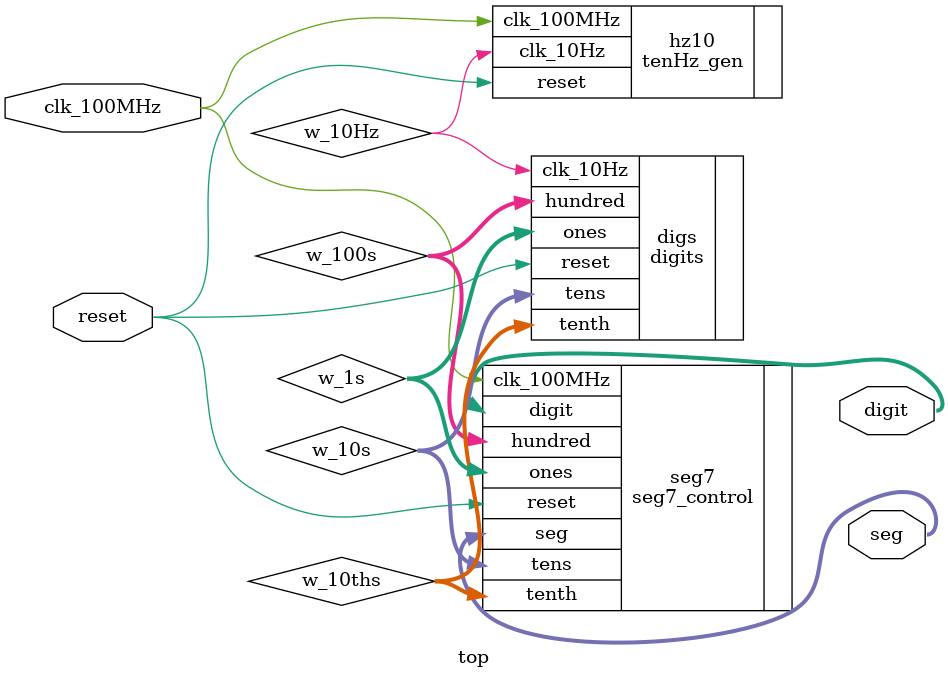
<source format=v>
`timescale 1ns / 1ps


module top(
input clk_100MHz,
input reset,
output [6:0] seg,
output [7:0] digit

    );
    
wire w_10Hz;
wire [3:0] w_10ths , w_1s,w_10s , w_100s;


tenHz_gen hz10(.clk_100MHz(clk_100MHz), .reset(reset), .clk_10Hz(w_10Hz));

digits digs(.clk_10Hz(w_10Hz), .reset(reset) , .tenth(w_10ths), .ones(w_1s), .tens(w_10s), .hundred(w_100s));

seg7_control seg7(.clk_100MHz(clk_100MHz), .reset(reset), .tenth(w_10ths), .ones(w_1s), .tens(w_10s), .hundred(w_100s), .seg(seg), .digit(digit)); 
endmodule

</source>
